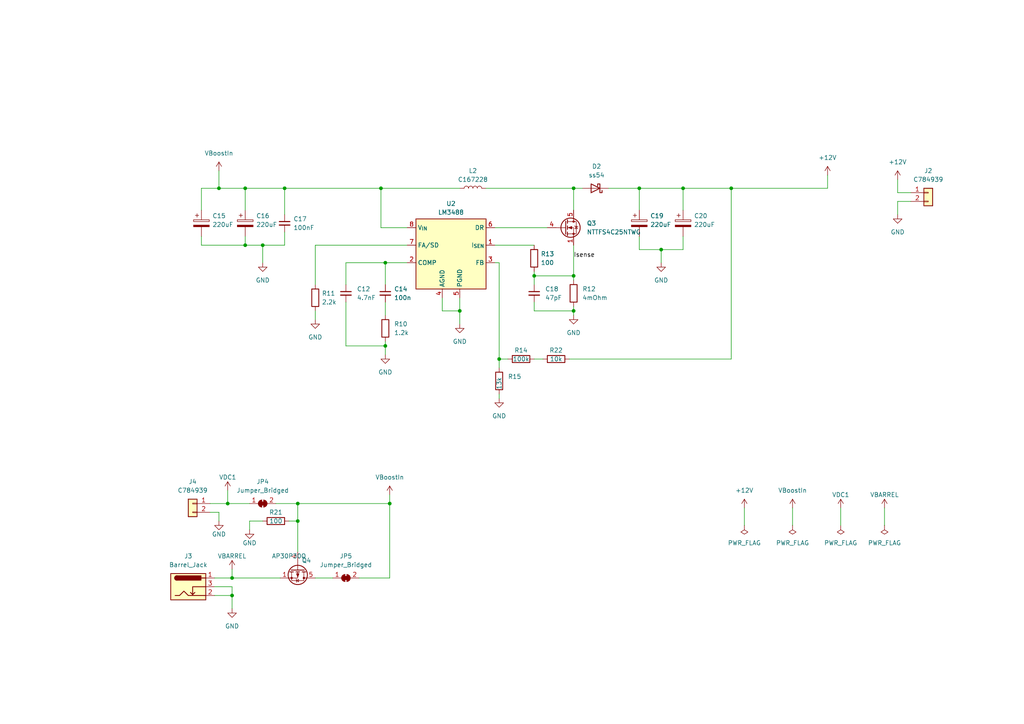
<source format=kicad_sch>
(kicad_sch (version 20230121) (generator eeschema)
  (paper "A4")
  (lib_symbols
    (symbol "Connector:Barrel_Jack_Switch" (pin_names hide)
      (property "Reference" "J" (at 0 5.334 0))
      (property "Value" "Barrel_Jack_Switch" (at 0 -5.08 0))
      (symbol "Barrel_Jack_Switch_0_1"
        (rectangle (start -5.08 3.81) (end 5.08 -3.81) (stroke (width 0.254)) (fill (type background)))
        (arc (start -3.302 3.175) (mid -3.9343 2.54) (end -3.302 1.905) (stroke (width 0.254)))
        (arc (start -3.302 3.175) (mid -3.9343 2.54) (end -3.302 1.905) (stroke (width 0.254)) (fill (type outline)))
        (polyline (pts (xy 1.27 -2.286) (xy 1.905 -1.651)) (stroke (width 0.254)))
        (polyline (pts (xy 5.08 2.54) (xy 3.81 2.54)) (stroke (width 0.254)))
        (polyline (pts (xy 5.08 0) (xy 1.27 0) (xy 1.27 -2.286) (xy 0.635 -1.651)) (stroke (width 0.254)))
        (polyline (pts (xy -3.81 -2.54) (xy -2.54 -2.54) (xy -1.27 -1.27) (xy 0 -2.54) (xy 2.54 -2.54) (xy 5.08 -2.54)) (stroke (width 0.254)))
        (rectangle (start 3.683 3.175) (end -3.302 1.905) (stroke (width 0.254)) (fill (type outline)))
      )
      (symbol "Barrel_Jack_Switch_1_1"
        (pin passive line (at 7.62 2.54 180) (length 2.54) (name "~") (number "1"))
        (pin passive line (at 7.62 -2.54 180) (length 2.54) (name "~") (number "2"))
        (pin passive line (at 7.62 0 180) (length 2.54) (name "~") (number "3"))
      )
    )
    (symbol "Connector_Generic:Conn_01x02" (pin_names (offset 1.016) hide)
      (property "Reference" "J" (at 0 2.54 0))
      (property "Value" "Conn_01x02" (at 0 -5.08 0))
      (symbol "Conn_01x02_1_1"
        (rectangle (start -1.27 -2.413) (end 0 -2.667) (stroke (width 0.1524)))
        (rectangle (start -1.27 0.127) (end 0 -0.127) (stroke (width 0.1524)))
        (rectangle (start -1.27 1.27) (end 1.27 -3.81) (stroke (width 0.254)) (fill (type background)))
        (pin passive line (at -5.08 0 0) (length 3.81) (name "Pin_1") (number "1"))
        (pin passive line (at -5.08 -2.54 0) (length 3.81) (name "Pin_2") (number "2"))
      )
    )
    (symbol "Device:C_Polarized" (pin_numbers hide) (pin_names (offset 0.254))
      (property "Reference" "C" (at 0.635 2.54 0))
      (property "Value" "C_Polarized" (at 0.635 -2.54 0))
      (symbol "C_Polarized_0_1"
        (rectangle (start -2.286 0.508) (end 2.286 1.016))
        (polyline (pts (xy -1.778 2.286) (xy -0.762 2.286)))
        (polyline (pts (xy -1.27 2.794) (xy -1.27 1.778)))
        (rectangle (start 2.286 -0.508) (end -2.286 -1.016) (fill (type outline)))
      )
      (symbol "C_Polarized_1_1"
        (pin passive line (at 0 3.81 270) (length 2.794) (name "~") (number "1"))
        (pin passive line (at 0 -3.81 90) (length 2.794) (name "~") (number "2"))
      )
    )
    (symbol "Device:C_Small" (pin_numbers hide) (pin_names (offset 0.254) hide)
      (property "Reference" "C" (at 0.254 1.778 0))
      (property "Value" "C_Small" (at 0.254 -2.032 0))
      (symbol "C_Small_0_1"
        (polyline (pts (xy -1.524 -0.508) (xy 1.524 -0.508)) (stroke (width 0.3302)))
        (polyline (pts (xy -1.524 0.508) (xy 1.524 0.508)) (stroke (width 0.3048)))
      )
      (symbol "C_Small_1_1"
        (pin passive line (at 0 2.54 270) (length 2.032) (name "~") (number "1"))
        (pin passive line (at 0 -2.54 90) (length 2.032) (name "~") (number "2"))
      )
    )
    (symbol "Device:D_Schottky" (pin_numbers hide) (pin_names (offset 1.016) hide)
      (property "Reference" "D" (at 0 2.54 0))
      (property "Value" "D_Schottky" (at 0 -2.54 0))
      (symbol "D_Schottky_0_1"
        (polyline (pts (xy 1.27 0) (xy -1.27 0)))
        (polyline (pts (xy 1.27 1.27) (xy 1.27 -1.27) (xy -1.27 0) (xy 1.27 1.27)) (stroke (width 0.254)))
        (polyline (pts (xy -1.905 0.635) (xy -1.905 1.27) (xy -1.27 1.27) (xy -1.27 -1.27) (xy -0.635 -1.27) (xy -0.635 -0.635)) (stroke (width 0.254)))
      )
      (symbol "D_Schottky_1_1"
        (pin passive line (at -3.81 0 0) (length 2.54) (name "K") (number "1"))
        (pin passive line (at 3.81 0 180) (length 2.54) (name "A") (number "2"))
      )
    )
    (symbol "Device:L" (pin_numbers hide) (pin_names (offset 1.016) hide)
      (property "Reference" "L" (at -1.27 0 90))
      (property "Value" "L" (at 1.905 0 90))
      (symbol "L_0_1"
        (arc (start 0 -2.54) (mid 0.6323 -1.905) (end 0 -1.27))
        (arc (start 0 -1.27) (mid 0.6323 -0.635) (end 0 0))
        (arc (start 0 0) (mid 0.6323 0.635) (end 0 1.27))
        (arc (start 0 1.27) (mid 0.6323 1.905) (end 0 2.54))
      )
      (symbol "L_1_1"
        (pin passive line (at 0 3.81 270) (length 1.27) (name "1") (number "1"))
        (pin passive line (at 0 -3.81 90) (length 1.27) (name "2") (number "2"))
      )
    )
    (symbol "Device:R" (pin_numbers hide) (pin_names (offset 0))
      (property "Reference" "R" (at 2.032 0 90))
      (property "Value" "R" (at 0 0 90))
      (symbol "R_0_1"
        (rectangle (start -1.016 -2.54) (end 1.016 2.54) (stroke (width 0.254)))
      )
      (symbol "R_1_1"
        (pin passive line (at 0 3.81 270) (length 1.27) (name "~") (number "1"))
        (pin passive line (at 0 -3.81 90) (length 1.27) (name "~") (number "2"))
      )
    )
    (symbol "Jumper:SolderJumper_2_Bridged" (pin_names (offset 0) hide)
      (property "Reference" "JP" (at 0 2.032 0))
      (property "Value" "SolderJumper_2_Bridged" (at 0 -2.54 0))
      (symbol "SolderJumper_2_Bridged_0_1"
        (rectangle (start -0.508 0.508) (end 0.508 -0.508) (fill (type outline)))
        (arc (start -0.254 1.016) (mid -1.2656 0) (end -0.254 -1.016))
        (arc (start -0.254 1.016) (mid -1.2656 0) (end -0.254 -1.016) (fill (type outline)))
        (polyline (pts (xy -0.254 1.016) (xy -0.254 -1.016)))
        (polyline (pts (xy 0.254 1.016) (xy 0.254 -1.016)))
        (arc (start 0.254 -1.016) (mid 1.2656 0) (end 0.254 1.016))
        (arc (start 0.254 -1.016) (mid 1.2656 0) (end 0.254 1.016) (fill (type outline)))
      )
      (symbol "SolderJumper_2_Bridged_1_1"
        (pin passive line (at -3.81 0 0) (length 2.54) (name "A") (number "1"))
        (pin passive line (at 3.81 0 180) (length 2.54) (name "B") (number "2"))
      )
    )
    (symbol "PowerFlags:VBARREL" (power) (in_bom no) (on_board no)
      (property "Value" "VBARREL" (at 0 3.81 0))
      (symbol "VBARREL_0_1"
        (polyline (pts (xy -0.762 1.27) (xy 0 2.54)))
        (polyline (pts (xy 0 0) (xy 0 2.54)))
        (polyline (pts (xy 0 2.54) (xy 0.762 1.27)))
      )
      (symbol "VBARREL_1_1"
        (pin power_in line (at 0 0 90) (length 0) hide (name "VBARREL") (number "1"))
      )
    )
    (symbol "PowerFlags:VBoostIn" (power) (in_bom no) (on_board no)
      (property "Value" "VBoostIn" (at 0 3.81 0))
      (symbol "VBoostIn_0_1"
        (polyline (pts (xy -0.762 1.27) (xy 0 2.54)))
        (polyline (pts (xy 0 0) (xy 0 2.54)))
        (polyline (pts (xy 0 2.54) (xy 0.762 1.27)))
      )
      (symbol "VBoostIn_1_1"
        (pin power_in line (at 0 0 90) (length 0) hide (name "VBoostIn") (number "1"))
      )
    )
    (symbol "PowerFlags:VDC1" (power) (in_bom no) (on_board no)
      (property "Value" "VDC1" (at 0 3.81 0))
      (symbol "VDC1_0_1"
        (polyline (pts (xy -0.762 1.27) (xy 0 2.54)))
        (polyline (pts (xy 0 0) (xy 0 2.54)))
        (polyline (pts (xy 0 2.54) (xy 0.762 1.27)))
      )
      (symbol "VDC1_1_1"
        (pin power_in line (at 0 0 90) (length 0) hide (name "VDC1") (number "1"))
      )
    )
    (symbol "Power_ICs:LM3488"
      (property "Reference" "U" (at 0 0 0))
      (property "Value" "LM3488" (at 0 0 0))
      (symbol "LM3488_0_1"
        (rectangle (start -8.89 -2.54) (end 11.43 -22.86) (stroke (width 0.254)) (fill (type background)))
      )
      (symbol "LM3488_1_1"
        (pin input line (at 13.97 -10.16 180) (length 2.54) (name "I_{SEN}") (number "1"))
        (pin input line (at -11.43 -15.24 0) (length 2.54) (name "COMP") (number "2"))
        (pin input line (at 13.97 -15.24 180) (length 2.54) (name "FB") (number "3"))
        (pin power_in line (at -1.27 -25.4 90) (length 2.54) (name "AGND") (number "4"))
        (pin power_in line (at 3.81 -25.4 90) (length 2.54) (name "PGND") (number "5"))
        (pin output line (at 13.97 -5.08 180) (length 2.54) (name "DR") (number "6"))
        (pin input line (at -11.43 -10.16 0) (length 2.54) (name "FA/SD") (number "7"))
        (pin power_in line (at -11.43 -5.08 0) (length 2.54) (name "V_{IN}") (number "8"))
      )
    )
    (symbol "Power_ICs:P_mosfet"
      (property "Reference" "Q" (at 5.08 3.81 90))
      (property "Value" "AP30P30Q" (at -6.35 5.08 0))
      (symbol "P_mosfet_0_1"
        (circle (center -1.778 0) (radius 0.254) (fill (type outline)))
        (polyline (pts (xy -1.27 1.778) (xy -2.286 1.778)) (stroke (width 0.254)))
        (polyline (pts (xy 0 2.286) (xy 0 5.08)))
        (polyline (pts (xy 0.508 1.778) (xy -0.508 1.778)) (stroke (width 0.254)))
        (polyline (pts (xy 1.905 2.286) (xy -1.905 2.286)) (stroke (width 0.254)))
        (polyline (pts (xy 2.286 1.778) (xy 1.27 1.778)) (stroke (width 0.254)))
        (polyline (pts (xy 2.54 0) (xy 1.778 0)))
        (polyline (pts (xy -2.54 0) (xy 0 0) (xy 0 1.778)))
        (polyline (pts (xy -0.508 -0.254) (xy -0.381 -0.381) (xy -0.381 -1.143) (xy -0.254 -1.27)))
        (polyline (pts (xy -0.381 -0.762) (xy 0.254 -0.381) (xy 0.254 -1.143) (xy -0.381 -0.762)))
        (polyline (pts (xy 0 0.254) (xy 0.381 1.27) (xy -0.381 1.27) (xy 0 0.254)) (fill (type outline)))
        (polyline (pts (xy 1.778 1.778) (xy 1.778 -0.762) (xy -1.778 -0.762) (xy -1.778 1.778)))
        (circle (center 0 0.889) (radius 2.794) (stroke (width 0.254)))
        (circle (center 1.778 0) (radius 0.254) (fill (type outline)))
      )
      (symbol "P_mosfet_1_1"
        (pin passive line (at -5.08 0 0) (length 2.54) (name "") (number "1"))
        (pin passive line (at -5.08 0 0) (length 2.54) hide (name "S") (number "2"))
        (pin passive line (at -5.08 0 0) (length 2.54) hide (name "S") (number "3"))
        (pin input line (at 0 7.62 270) (length 2.54) (name "") (number "4"))
        (pin passive line (at 5.08 0 180) (length 2.54) (name "") (number "5"))
      )
    )
    (symbol "Transistor_FET:BUK7M21-40EX" (pin_names hide)
      (property "Reference" "Q" (at 5.08 1.905 0))
      (property "Value" "BUK7M21-40EX" (at 5.08 0 0))
      (symbol "BUK7M21-40EX_0_1"
        (polyline (pts (xy 0.254 0) (xy -2.54 0)))
        (polyline (pts (xy 0.254 1.905) (xy 0.254 -1.905)) (stroke (width 0.254)))
        (polyline (pts (xy 0.762 -1.27) (xy 0.762 -2.286)) (stroke (width 0.254)))
        (polyline (pts (xy 0.762 0.508) (xy 0.762 -0.508)) (stroke (width 0.254)))
        (polyline (pts (xy 0.762 2.286) (xy 0.762 1.27)) (stroke (width 0.254)))
        (polyline (pts (xy 2.54 2.54) (xy 2.54 1.778)))
        (polyline (pts (xy 2.54 -2.54) (xy 2.54 0) (xy 0.762 0)))
        (polyline (pts (xy 0.762 -1.778) (xy 3.302 -1.778) (xy 3.302 1.778) (xy 0.762 1.778)))
        (polyline (pts (xy 1.016 0) (xy 2.032 0.381) (xy 2.032 -0.381) (xy 1.016 0)) (fill (type outline)))
        (polyline (pts (xy 2.794 0.508) (xy 2.921 0.381) (xy 3.683 0.381) (xy 3.81 0.254)))
        (polyline (pts (xy 3.302 0.381) (xy 2.921 -0.254) (xy 3.683 -0.254) (xy 3.302 0.381)))
        (circle (center 1.651 0) (radius 2.794) (stroke (width 0.254)))
        (circle (center 2.54 -1.778) (radius 0.254) (fill (type outline)))
        (circle (center 2.54 1.778) (radius 0.254) (fill (type outline)))
      )
      (symbol "BUK7M21-40EX_1_1"
        (pin passive line (at 2.54 -5.08 90) (length 2.54) (name "S") (number "1"))
        (pin passive line (at 2.54 -5.08 90) (length 2.54) hide (name "S") (number "2"))
        (pin passive line (at 2.54 -5.08 90) (length 2.54) hide (name "S") (number "3"))
        (pin passive line (at -5.08 0 0) (length 2.54) (name "G") (number "4"))
        (pin passive line (at 2.54 5.08 270) (length 2.54) (name "D") (number "5"))
      )
    )
    (symbol "power:+12V" (power) (pin_names (offset 0))
      (property "Value" "+12V" (at 0 3.556 0))
      (symbol "+12V_0_1"
        (polyline (pts (xy -0.762 1.27) (xy 0 2.54)))
        (polyline (pts (xy 0 0) (xy 0 2.54)))
        (polyline (pts (xy 0 2.54) (xy 0.762 1.27)))
      )
      (symbol "+12V_1_1"
        (pin power_in line (at 0 0 90) (length 0) hide (name "+12V") (number "1"))
      )
    )
    (symbol "power:GND" (power) (pin_names (offset 0))
      (property "Value" "GND" (at 0 -3.81 0))
      (symbol "GND_0_1"
        (polyline (pts (xy 0 0) (xy 0 -1.27) (xy 1.27 -1.27) (xy 0 -2.54) (xy -1.27 -1.27) (xy 0 -1.27)))
      )
      (symbol "GND_1_1"
        (pin power_in line (at 0 0 270) (length 0) hide (name "GND") (number "1"))
      )
    )
    (symbol "power:PWR_FLAG" (power) (pin_numbers hide) (pin_names (offset 0) hide)
      (property "Value" "PWR_FLAG" (at 0 3.81 0))
      (symbol "PWR_FLAG_0_0"
        (pin power_out line (at 0 0 90) (length 0) (name "pwr") (number "1"))
      )
      (symbol "PWR_FLAG_0_1"
        (polyline (pts (xy 0 0) (xy 0 1.27) (xy -1.016 1.905) (xy 0 2.54) (xy 1.016 1.905) (xy 0 1.27)))
      )
    )
  )
  (junction (at 166.37 90.17))
  (junction (at 111.76 76.2))
  (junction (at 71.12 54.61))
  (junction (at 71.12 71.12))
  (junction (at 67.31 167.64))
  (junction (at 198.12 54.61))
  (junction (at 86.36 146.05))
  (junction (at 66.04 146.05))
  (junction (at 133.35 90.17))
  (junction (at 110.49 54.61))
  (junction (at 111.76 100.33))
  (junction (at 166.37 80.01))
  (junction (at 185.42 54.61))
  (junction (at 212.09 54.61))
  (junction (at 166.37 54.61))
  (junction (at 144.78 104.14))
  (junction (at 76.2 71.12))
  (junction (at 82.55 54.61))
  (junction (at 191.77 72.39))
  (junction (at 67.31 172.72))
  (junction (at 113.03 146.05))
  (junction (at 63.5 54.61))
  (junction (at 86.36 151.13))
  (junction (at 154.94 80.01))
  (wire (pts (xy 144.78 76.2) (xy 143.51 76.2)))
  (wire (pts (xy 113.03 167.64) (xy 104.14 167.64)))
  (wire (pts (xy 67.31 167.64) (xy 62.23 167.64)))
  (wire (pts (xy 118.11 66.04) (xy 110.49 66.04)))
  (wire (pts (xy 83.82 151.13) (xy 86.36 151.13)))
  (wire (pts (xy 67.31 165.1) (xy 67.31 167.64)))
  (wire (pts (xy 71.12 71.12) (xy 76.2 71.12)))
  (wire (pts (xy 165.1 104.14) (xy 212.09 104.14)))
  (wire (pts (xy 113.03 143.51) (xy 113.03 146.05)))
  (wire (pts (xy 256.54 147.32) (xy 256.54 152.4)))
  (wire (pts (xy 144.78 114.3) (xy 144.78 115.57)))
  (wire (pts (xy 144.78 104.14) (xy 147.32 104.14)))
  (wire (pts (xy 185.42 54.61) (xy 176.53 54.61)))
  (wire (pts (xy 143.51 66.04) (xy 158.75 66.04)))
  (wire (pts (xy 166.37 88.9) (xy 166.37 90.17)))
  (wire (pts (xy 100.33 100.33) (xy 100.33 87.63)))
  (wire (pts (xy 166.37 54.61) (xy 166.37 60.96)))
  (wire (pts (xy 58.42 54.61) (xy 63.5 54.61)))
  (wire (pts (xy 111.76 100.33) (xy 111.76 102.87)))
  (wire (pts (xy 185.42 54.61) (xy 198.12 54.61)))
  (wire (pts (xy 63.5 54.61) (xy 71.12 54.61)))
  (wire (pts (xy 154.94 87.63) (xy 154.94 90.17)))
  (wire (pts (xy 212.09 104.14) (xy 212.09 54.61)))
  (wire (pts (xy 67.31 170.18) (xy 62.23 170.18)))
  (wire (pts (xy 166.37 91.44) (xy 166.37 90.17)))
  (wire (pts (xy 100.33 82.55) (xy 100.33 76.2)))
  (wire (pts (xy 185.42 68.58) (xy 185.42 72.39)))
  (wire (pts (xy 154.94 78.74) (xy 154.94 80.01)))
  (wire (pts (xy 154.94 104.14) (xy 157.48 104.14)))
  (wire (pts (xy 260.35 58.42) (xy 264.16 58.42)))
  (wire (pts (xy 67.31 172.72) (xy 67.31 176.53)))
  (wire (pts (xy 86.36 146.05) (xy 113.03 146.05)))
  (wire (pts (xy 66.04 142.24) (xy 66.04 146.05)))
  (wire (pts (xy 111.76 100.33) (xy 100.33 100.33)))
  (wire (pts (xy 260.35 58.42) (xy 260.35 62.23)))
  (wire (pts (xy 71.12 68.58) (xy 71.12 71.12)))
  (wire (pts (xy 58.42 54.61) (xy 58.42 60.96)))
  (wire (pts (xy 154.94 80.01) (xy 154.94 82.55)))
  (wire (pts (xy 166.37 71.12) (xy 166.37 80.01)))
  (wire (pts (xy 76.2 71.12) (xy 76.2 76.2)))
  (wire (pts (xy 111.76 82.55) (xy 111.76 76.2)))
  (wire (pts (xy 166.37 54.61) (xy 168.91 54.61)))
  (wire (pts (xy 240.03 50.8) (xy 240.03 54.61)))
  (wire (pts (xy 198.12 60.96) (xy 198.12 54.61)))
  (wire (pts (xy 212.09 54.61) (xy 240.03 54.61)))
  (wire (pts (xy 82.55 54.61) (xy 110.49 54.61)))
  (wire (pts (xy 154.94 80.01) (xy 166.37 80.01)))
  (wire (pts (xy 243.84 147.32) (xy 243.84 152.4)))
  (wire (pts (xy 58.42 71.12) (xy 58.42 68.58)))
  (wire (pts (xy 133.35 90.17) (xy 128.27 90.17)))
  (wire (pts (xy 198.12 72.39) (xy 198.12 68.58)))
  (wire (pts (xy 229.87 147.32) (xy 229.87 152.4)))
  (wire (pts (xy 71.12 54.61) (xy 82.55 54.61)))
  (wire (pts (xy 154.94 90.17) (xy 166.37 90.17)))
  (wire (pts (xy 80.01 146.05) (xy 86.36 146.05)))
  (wire (pts (xy 67.31 167.64) (xy 81.28 167.64)))
  (wire (pts (xy 91.44 90.17) (xy 91.44 92.71)))
  (wire (pts (xy 264.16 55.88) (xy 260.35 55.88)))
  (wire (pts (xy 154.94 71.12) (xy 143.51 71.12)))
  (wire (pts (xy 144.78 104.14) (xy 144.78 106.68)))
  (wire (pts (xy 66.04 146.05) (xy 72.39 146.05)))
  (wire (pts (xy 76.2 151.13) (xy 72.39 151.13)))
  (wire (pts (xy 71.12 54.61) (xy 71.12 60.96)))
  (wire (pts (xy 91.44 82.55) (xy 91.44 71.12)))
  (wire (pts (xy 128.27 90.17) (xy 128.27 86.36)))
  (wire (pts (xy 100.33 76.2) (xy 111.76 76.2)))
  (wire (pts (xy 111.76 99.06) (xy 111.76 100.33)))
  (wire (pts (xy 91.44 71.12) (xy 118.11 71.12)))
  (wire (pts (xy 76.2 71.12) (xy 82.55 71.12)))
  (wire (pts (xy 60.96 146.05) (xy 66.04 146.05)))
  (wire (pts (xy 133.35 90.17) (xy 133.35 93.98)))
  (wire (pts (xy 91.44 167.64) (xy 96.52 167.64)))
  (wire (pts (xy 58.42 71.12) (xy 71.12 71.12)))
  (wire (pts (xy 67.31 170.18) (xy 67.31 172.72)))
  (wire (pts (xy 260.35 52.07) (xy 260.35 55.88)))
  (wire (pts (xy 215.9 147.32) (xy 215.9 152.4)))
  (wire (pts (xy 185.42 72.39) (xy 191.77 72.39)))
  (wire (pts (xy 198.12 54.61) (xy 212.09 54.61)))
  (wire (pts (xy 140.97 54.61) (xy 166.37 54.61)))
  (wire (pts (xy 110.49 54.61) (xy 133.35 54.61)))
  (wire (pts (xy 166.37 80.01) (xy 166.37 81.28)))
  (wire (pts (xy 110.49 66.04) (xy 110.49 54.61)))
  (wire (pts (xy 113.03 146.05) (xy 113.03 167.64)))
  (wire (pts (xy 133.35 86.36) (xy 133.35 90.17)))
  (wire (pts (xy 62.23 172.72) (xy 67.31 172.72)))
  (wire (pts (xy 144.78 76.2) (xy 144.78 104.14)))
  (wire (pts (xy 185.42 60.96) (xy 185.42 54.61)))
  (wire (pts (xy 86.36 151.13) (xy 86.36 160.02)))
  (wire (pts (xy 111.76 76.2) (xy 118.11 76.2)))
  (wire (pts (xy 191.77 72.39) (xy 191.77 76.2)))
  (wire (pts (xy 60.96 148.59) (xy 63.5 148.59)))
  (wire (pts (xy 82.55 71.12) (xy 82.55 67.31)))
  (wire (pts (xy 82.55 54.61) (xy 82.55 62.23)))
  (wire (pts (xy 63.5 49.53) (xy 63.5 54.61)))
  (wire (pts (xy 111.76 87.63) (xy 111.76 91.44)))
  (wire (pts (xy 191.77 72.39) (xy 198.12 72.39)))
  (wire (pts (xy 72.39 151.13) (xy 72.39 153.67)))
  (wire (pts (xy 63.5 148.59) (xy 63.5 151.13)))
  (wire (pts (xy 86.36 151.13) (xy 86.36 146.05)))
  (label "Isense" (at 166.37 74.93 0))
  (symbol (lib_id "Device:C_Polarized") (at 71.12 64.77 0) (unit 1)
    (property "Reference" "C16" (at 74.295 62.611 0) (effects (justify left)))
    (property "Value" "220uF" (at 74.295 65.151 0) (effects (justify left)))
    (property "Footprint" "Capacitor_SMD:CP_Elec_10x10" (effects hide))
  )
  (symbol (lib_id "power:+12V") (at 260.35 52.07 0) (mirror y) (unit 1)
    (property "Reference" "#PWR045" (effects hide))
    (property "Value" "+12V" (at 260.35 46.99 0))
  )
  (symbol (lib_id "power:GND") (at 76.2 76.2 0) (unit 1)
    (property "Reference" "#PWR021" (effects hide))
    (property "Value" "GND" (at 76.2 81.28 0))
  )
  (symbol (lib_id "Transistor_FET:BUK7M21-40EX") (at 163.83 66.04 0) (unit 1)
    (property "Reference" "Q3" (at 170.18 64.77 0) (effects (justify left)))
    (property "Value" "NTTFS4C25NTWG" (at 170.18 67.31 0) (effects (justify left)))
    (property "Footprint" "Package_TO_SOT_SMD:LFPAK33" (effects hide))
    (property "Datasheet" "https://assets.nexperia.com/documents/data-sheet/BUK7M21-40E.pdf" (effects hide))
    (property "Campo4" "C893914" (effects hide))
  )
  (symbol (lib_id "Device:C_Small") (at 154.94 85.09 0) (unit 1)
    (property "Reference" "C18" (at 158.115 83.8263 0) (effects (justify left)))
    (property "Value" "47pF" (at 158.115 86.3663 0) (effects (justify left)))
    (property "Footprint" "Capacitor_SMD:C_0603_1608Metric" (effects hide))
  )
  (symbol (lib_id "Device:R") (at 80.01 151.13 90) (unit 1)
    (property "Reference" "R21" (at 80.01 148.59 90))
    (property "Value" "100" (at 80.01 151.13 90))
    (property "Footprint" "Resistor_SMD:R_0603_1608Metric" (effects hide))
  )
  (symbol (lib_id "Device:C_Polarized") (at 198.12 64.77 0) (unit 1)
    (property "Reference" "C20" (at 201.295 62.611 0) (effects (justify left)))
    (property "Value" "220uF" (at 201.295 65.151 0) (effects (justify left)))
    (property "Footprint" "Capacitor_SMD:CP_Elec_10x10" (effects hide))
  )
  (symbol (lib_id "Device:R") (at 161.29 104.14 90) (unit 1)
    (property "Reference" "R22" (at 161.29 101.6 90))
    (property "Value" "10k" (at 161.29 104.14 90))
    (property "Footprint" "Resistor_SMD:R_0603_1608Metric" (effects hide))
  )
  (symbol (lib_id "Device:D_Schottky") (at 172.72 54.61 180) (unit 1)
    (property "Reference" "D2" (at 173.0375 48.26 0))
    (property "Value" "ss54" (at 173.0375 50.8 0))
    (property "Footprint" "Diode_SMD:D_SMA" (effects hide))
  )
  (symbol (lib_id "power:GND") (at 72.39 153.67 0) (unit 1)
    (property "Reference" "#PWR026" (effects hide))
    (property "Value" "GND" (at 72.39 157.48 0))
    (instances (project "fuentes" (path "" (reference "#PWR026") (unit 1)) (path "" (reference "#PWR?") (unit 1)) (path "" (reference "#PWR031") (unit 1))))
  )
  (symbol (lib_id "Connector_Generic:Conn_01x02") (at 269.24 55.88 0) (unit 1)
    (property "Reference" "J2" (at 269.24 49.53 0))
    (property "Value" "C784939" (at 269.24 52.07 0))
    (property "Footprint" "PowerMOSFETs:XY119A-5.0-2P" (effects hide))
  )
  (symbol (lib_id "power:GND") (at 260.35 62.23 0) (unit 1)
    (property "Reference" "#PWR046" (effects hide))
    (property "Value" "GND" (at 260.35 67.31 0))
  )
  (symbol (lib_id "Jumper:SolderJumper_2_Bridged") (at 76.2 146.05 0) (unit 1)
    (property "Reference" "JP4" (at 76.2 139.7 0))
    (property "Value" "Jumper_Bridged" (at 76.2 142.24 0))
    (property "Footprint" "Jumper:SolderJumper-2_P1.3mm_Bridged_Pad1.0x1.5mm" (effects hide))
  )
  (symbol (lib_id "power:GND") (at 111.76 102.87 0) (unit 1)
    (property "Reference" "#PWR016" (effects hide))
    (property "Value" "GND" (at 111.76 107.95 0))
  )
  (symbol (lib_id "PowerFlags:VBoostIn") (at 113.03 143.51 0) (unit 1) (in_bom no) (on_board no)
    (property "Reference" "#PWR02" (effects hide))
    (property "Value" "VBoostIn" (at 113.03 138.43 0))
  )
  (symbol (lib_id "PowerFlags:VBoostIn") (at 63.5 49.53 0) (unit 1) (in_bom no) (on_board no)
    (property "Reference" "#PWR040" (effects hide))
    (property "Value" "VBoostIn" (at 63.5 44.45 0))
  )
  (symbol (lib_id "PowerFlags:VBARREL") (at 256.54 147.32 0) (unit 1) (in_bom no) (on_board no)
    (property "Reference" "#PWR051" (effects hide))
    (property "Value" "VBARREL" (at 256.54 143.51 0))
  )
  (symbol (lib_id "Device:C_Small") (at 100.33 85.09 0) (unit 1)
    (property "Reference" "C12" (at 103.505 83.8263 0) (effects (justify left)))
    (property "Value" "4.7nF" (at 103.505 86.3663 0) (effects (justify left)))
    (property "Footprint" "Capacitor_SMD:C_0603_1608Metric" (effects hide))
  )
  (symbol (lib_id "power:PWR_FLAG") (at 243.84 152.4 180) (unit 1)
    (property "Reference" "#FLG03" (effects hide))
    (property "Value" "PWR_FLAG" (at 243.84 157.48 0))
    (instances (project "fuentes" (path "" (reference "#FLG03") (unit 1)) (path "" (reference "#FLG06") (unit 1))))
  )
  (symbol (lib_id "power:PWR_FLAG") (at 229.87 152.4 180) (unit 1)
    (property "Reference" "#FLG02" (effects hide))
    (property "Value" "PWR_FLAG" (at 229.87 157.48 0))
    (instances (project "fuentes" (path "" (reference "#FLG02") (unit 1)) (path "" (reference "#FLG05") (unit 1))))
  )
  (symbol (lib_id "Device:C_Polarized") (at 58.42 64.77 0) (unit 1)
    (property "Reference" "C15" (at 61.595 62.611 0) (effects (justify left)))
    (property "Value" "220uF" (at 61.595 65.151 0) (effects (justify left)))
    (property "Footprint" "Capacitor_SMD:CP_Elec_10x10" (effects hide))
  )
  (symbol (lib_id "power:GND") (at 144.78 115.57 0) (unit 1)
    (property "Reference" "#PWR019" (effects hide))
    (property "Value" "GND" (at 144.78 120.65 0))
  )
  (symbol (lib_id "Jumper:SolderJumper_2_Bridged") (at 100.33 167.64 0) (unit 1)
    (property "Reference" "JP5" (at 100.33 161.29 0))
    (property "Value" "Jumper_Bridged" (at 100.33 163.83 0))
    (property "Footprint" "Jumper:SolderJumper-2_P1.3mm_Bridged_Pad1.0x1.5mm" (effects hide))
  )
  (symbol (lib_id "Device:R") (at 144.78 110.49 0) (unit 1)
    (property "Reference" "R15" (at 147.32 109.22 0) (effects (justify left)))
    (property "Value" "13k" (at 144.78 113.03 90) (effects (justify left)))
    (property "Footprint" "Resistor_SMD:R_0603_1608Metric" (effects hide))
  )
  (symbol (lib_id "Device:R") (at 166.37 85.09 0) (unit 1)
    (property "Reference" "R12" (at 168.91 83.82 0) (effects (justify left)))
    (property "Value" "4mOhm" (at 168.91 86.36 0) (effects (justify left)))
    (property "Footprint" "Resistor_SMD:R_1206_3216Metric" (effects hide))
    (property "Campo4" "C201271" (effects hide))
  )
  (symbol (lib_id "Device:C_Small") (at 82.55 64.77 0) (unit 1)
    (property "Reference" "C17" (at 85.09 63.5063 0) (effects (justify left)))
    (property "Value" "100nF" (at 85.09 66.0463 0) (effects (justify left)))
    (property "Footprint" "Capacitor_SMD:C_0603_1608Metric" (effects hide))
  )
  (symbol (lib_id "Device:C_Small") (at 111.76 85.09 0) (unit 1)
    (property "Reference" "C14" (at 114.3 83.8263 0) (effects (justify left)))
    (property "Value" "100n" (at 114.3 86.3663 0) (effects (justify left)))
    (property "Footprint" "Capacitor_SMD:C_0603_1608Metric" (effects hide))
  )
  (symbol (lib_id "Device:R") (at 154.94 74.93 0) (unit 1)
    (property "Reference" "R13" (at 156.845 73.66 0) (effects (justify left)))
    (property "Value" "100" (at 156.845 76.2 0) (effects (justify left)))
    (property "Footprint" "Resistor_SMD:R_0603_1608Metric" (effects hide))
  )
  (symbol (lib_id "Device:C_Polarized") (at 185.42 64.77 0) (unit 1)
    (property "Reference" "C19" (at 188.595 62.611 0) (effects (justify left)))
    (property "Value" "220uF" (at 188.595 65.151 0) (effects (justify left)))
    (property "Footprint" "Capacitor_SMD:CP_Elec_10x10" (effects hide))
  )
  (symbol (lib_id "Connector:Barrel_Jack_Switch") (at 54.61 170.18 0) (unit 1)
    (property "Reference" "J3" (at 54.61 161.29 0))
    (property "Value" "Barrel_Jack" (at 54.61 163.83 0))
    (property "Footprint" "Connector_BarrelJack:BarrelJack_Horizontal" (effects hide))
  )
  (symbol (lib_id "Device:L") (at 137.16 54.61 90) (unit 1)
    (property "Reference" "L2" (at 137.16 49.53 90))
    (property "Value" "C167228" (at 137.16 52.07 90))
    (property "Footprint" "Inductor_SMD:L_Chilisin_BMRF00101040" (effects hide))
  )
  (symbol (lib_id "PowerFlags:VBoostIn") (at 229.87 147.32 0) (unit 1) (in_bom no) (on_board no)
    (property "Reference" "#PWR049" (effects hide))
    (property "Value" "VBoostIn" (at 229.87 142.24 0))
  )
  (symbol (lib_id "PowerFlags:VBARREL") (at 67.31 165.1 0) (unit 1) (in_bom no) (on_board no)
    (property "Reference" "#PWR035" (effects hide))
    (property "Value" "VBARREL" (at 67.31 161.29 0))
  )
  (symbol (lib_id "power:GND") (at 133.35 93.98 0) (unit 1)
    (property "Reference" "#PWR015" (effects hide))
    (property "Value" "GND" (at 133.35 99.06 0))
  )
  (symbol (lib_id "PowerFlags:VDC1") (at 243.84 147.32 0) (unit 1) (in_bom no) (on_board no)
    (property "Reference" "#PWR050" (effects hide))
    (property "Value" "VDC1" (at 243.84 143.51 0))
  )
  (symbol (lib_id "power:+12V") (at 215.9 147.32 0) (unit 1)
    (property "Reference" "#PWR052" (effects hide))
    (property "Value" "+12V" (at 215.9 142.24 0))
  )
  (symbol (lib_id "power:GND") (at 191.77 76.2 0) (unit 1)
    (property "Reference" "#PWR022" (effects hide))
    (property "Value" "GND" (at 191.77 81.28 0))
  )
  (symbol (lib_id "Connector_Generic:Conn_01x02") (at 55.88 146.05 0) (mirror y) (unit 1)
    (property "Reference" "J4" (at 55.88 139.7 0))
    (property "Value" "C784939" (at 55.88 142.24 0))
    (property "Footprint" "PowerMOSFETs:XY119A-5.0-2P" (effects hide))
  )
  (symbol (lib_id "Power_ICs:P_mosfet") (at 86.36 167.64 0) (unit 1)
    (property "Reference" "Q4" (at 88.9 162.56 0))
    (property "Value" "AP30P30Q" (at 83.82 161.29 0))
    (property "Footprint" "PowerMOSFETs:AP30P30Q" (effects hide))
  )
  (symbol (lib_id "power:PWR_FLAG") (at 256.54 152.4 180) (unit 1)
    (property "Reference" "#FLG03" (effects hide))
    (property "Value" "PWR_FLAG" (at 256.54 157.48 0))
    (instances (project "fuentes" (path "" (reference "#FLG03") (unit 1)) (path "" (reference "#FLG07") (unit 1))))
  )
  (symbol (lib_id "power:GND") (at 67.31 176.53 0) (unit 1)
    (property "Reference" "#PWR026" (effects hide))
    (property "Value" "GND" (at 67.31 181.61 0))
    (instances (project "fuentes" (path "" (reference "#PWR026") (unit 1)) (path "" (reference "#PWR?") (unit 1)) (path "" (reference "#PWR036") (unit 1))))
  )
  (symbol (lib_id "Device:R") (at 111.76 95.25 0) (unit 1)
    (property "Reference" "R10" (at 114.3 93.98 0) (effects (justify left)))
    (property "Value" "1.2k" (at 114.3 96.52 0) (effects (justify left)))
    (property "Footprint" "Resistor_SMD:R_0603_1608Metric" (effects hide))
  )
  (symbol (lib_id "PowerFlags:VDC1") (at 66.04 142.24 0) (unit 1) (in_bom no) (on_board no)
    (property "Reference" "#PWR039" (effects hide))
    (property "Value" "VDC1" (at 66.04 138.43 0))
  )
  (symbol (lib_id "Device:R") (at 151.13 104.14 90) (unit 1)
    (property "Reference" "R14" (at 151.13 101.6 90))
    (property "Value" "100k" (at 151.13 104.14 90))
    (property "Footprint" "Resistor_SMD:R_0603_1608Metric" (effects hide))
  )
  (symbol (lib_id "Power_ICs:LM3488") (at 129.54 60.96 0) (unit 1)
    (property "Reference" "U2" (at 130.81 59.055 0))
    (property "Value" "LM3488" (at 130.81 61.595 0))
    (property "Footprint" "Package_SO:VSSOP-8_3.0x3.0mm_P0.65mm" (effects hide))
    (property "Datasheet" "https://www.ti.com/lit/ds/symlink/lm3488.pdf" (effects hide))
  )
  (symbol (lib_id "power:GND") (at 91.44 92.71 0) (unit 1)
    (property "Reference" "#PWR020" (effects hide))
    (property "Value" "GND" (at 91.44 97.79 0))
  )
  (symbol (lib_id "power:PWR_FLAG") (at 215.9 152.4 180) (unit 1)
    (property "Reference" "#FLG01" (effects hide))
    (property "Value" "PWR_FLAG" (at 215.9 157.48 0))
    (instances (project "fuentes" (path "" (reference "#FLG01") (unit 1)) (path "" (reference "#FLG04") (unit 1))))
  )
  (symbol (lib_id "power:GND") (at 166.37 91.44 0) (unit 1)
    (property "Reference" "#PWR017" (effects hide))
    (property "Value" "GND" (at 166.37 96.52 0))
  )
  (symbol (lib_id "Device:R") (at 91.44 86.36 0) (unit 1)
    (property "Reference" "R11" (at 93.345 85.09 0) (effects (justify left)))
    (property "Value" "2.2k" (at 93.345 87.63 0) (effects (justify left)))
    (property "Footprint" "Resistor_SMD:R_0603_1608Metric" (effects hide))
  )
  (symbol (lib_id "power:+12V") (at 240.03 50.8 0) (unit 1)
    (property "Reference" "#PWR018" (effects hide))
    (property "Value" "+12V" (at 240.03 45.72 0))
  )
  (symbol (lib_id "power:GND") (at 63.5 151.13 0) (unit 1)
    (property "Reference" "#PWR026" (effects hide))
    (property "Value" "GND" (at 63.5 154.94 0))
    (instances (project "fuentes" (path "" (reference "#PWR026") (unit 1)) (path "" (reference "#PWR?") (unit 1)) (path "" (reference "#PWR038") (unit 1))))
  )
)
</source>
